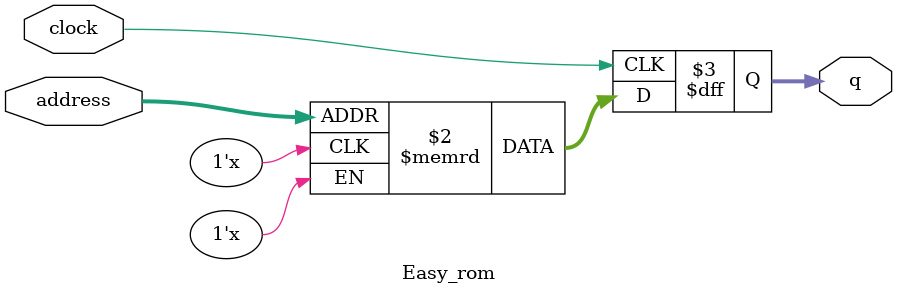
<source format=sv>
module Easy_rom (
	input logic clock,
	input logic [18:0] address,
	output logic [2:0] q
);

logic [2:0] memory [0:307199] /* synthesis ram_init_file = "./Easy/Easy.mif" */;

always_ff @ (posedge clock) begin
	q <= memory[address];
end

endmodule

</source>
